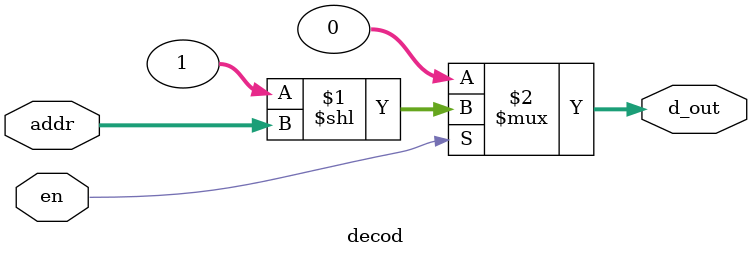
<source format=v>
`timescale 1ns/1ps

`define DATA_MEMORY_MIN 0
`define DATA_MEMORY_MAX 127

`define GPIO_MIN 128
`define GPIO_MAX 130

module data_control #(parameter WIDTH = 1)(addr, mem_write_in, mem_write_out, d_out_addr);

localparam ADDR_WIDTH = $clog2(WIDTH);

input [WIDTH-1:0] addr;
input mem_write_in;

output [WIDTH-1:0] mem_write_out;
output reg [ADDR_WIDTH-1:0] d_out_addr;

decod dec_0(d_out_addr, mem_write_out, mem_write_in);

always @* begin
	if(`DATA_MEMORY_MIN <= addr && addr <= `DATA_MEMORY_MAX) begin
		d_out_addr <= 0;
	end
	else if(`GPIO_MIN <= addr && addr <= `GPIO_MAX) begin
		d_out_addr <= 1;
	end
	else d_out_addr <= 31;
end
	
endmodule


module decod(addr, d_out, en);

input [4:0] addr;
input en;

output [31:0] d_out;

assign d_out = en ? 32'b00000000000000000000000000000001 << addr : 0;

endmodule
</source>
